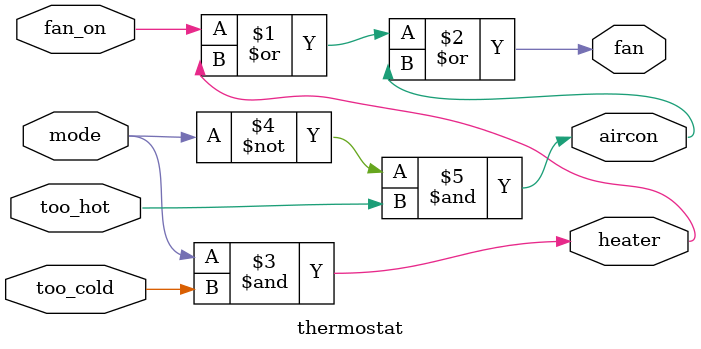
<source format=v>
module thermostat (
    input too_cold,
    input too_hot,
    input mode,
    input fan_on,
    output heater,
    output aircon,
    output fan
); 

    assign fan    = fan_on | heater | aircon;
    assign heater = mode & too_cold;
    assign aircon = ~mode & too_hot;
    
endmodule

</source>
